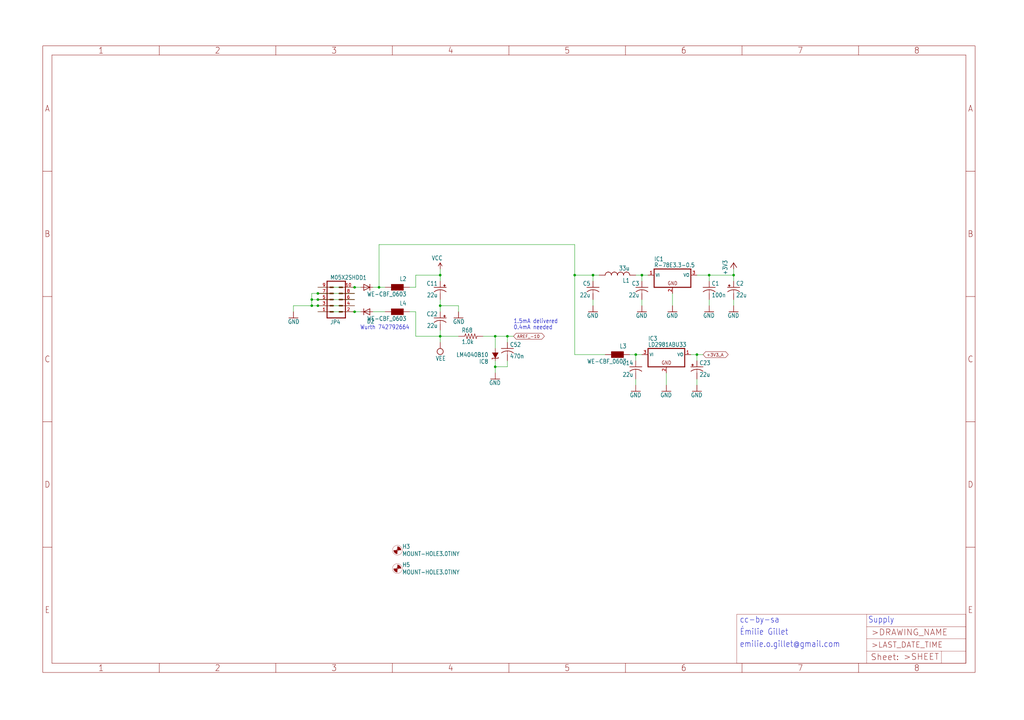
<source format=kicad_sch>
(kicad_sch (version 20230121) (generator eeschema)
  (paper "User" 425.45 299.161)
  (lib_symbols
    (symbol "marbles-eagle-import:+3V3" (power)
      (property "Value" "+3V3" (at -2.54 -5.08 90))
      (symbol "+3V3_1_0"
        (polyline (pts (xy 0 0) (xy -1.27 -1.905)) (stroke (width 0.254)))
        (polyline (pts (xy 1.27 -1.905) (xy 0 0)) (stroke (width 0.254)))
        (pin power_in line (at 0 -2.54 90) (length 2.54) (name "+3V3") (number "1"))
      )
    )
    (symbol "marbles-eagle-import:A3L-LOC"
      (symbol "A3L-LOC_1_0"
        (polyline (pts (xy 0 52.07) (xy 3.81 52.07)))
        (polyline (pts (xy 0 104.14) (xy 3.81 104.14)))
        (polyline (pts (xy 0 156.21) (xy 3.81 156.21)))
        (polyline (pts (xy 0 208.28) (xy 3.81 208.28)))
        (polyline (pts (xy 3.81 3.81) (xy 3.81 256.54)))
        (polyline (pts (xy 48.4188 0) (xy 48.4188 3.81)))
        (polyline (pts (xy 48.4188 256.54) (xy 48.4188 260.35)))
        (polyline (pts (xy 96.8375 0) (xy 96.8375 3.81)))
        (polyline (pts (xy 96.8375 256.54) (xy 96.8375 260.35)))
        (polyline (pts (xy 145.2563 0) (xy 145.2563 3.81)))
        (polyline (pts (xy 145.2563 256.54) (xy 145.2563 260.35)))
        (polyline (pts (xy 193.675 0) (xy 193.675 3.81)))
        (polyline (pts (xy 193.675 256.54) (xy 193.675 260.35)))
        (polyline (pts (xy 242.0938 0) (xy 242.0938 3.81)))
        (polyline (pts (xy 242.0938 256.54) (xy 242.0938 260.35)))
        (polyline (pts (xy 288.29 3.81) (xy 288.29 24.13)) (stroke (width 0.1016)))
        (polyline (pts (xy 288.29 3.81) (xy 342.265 3.81)) (stroke (width 0.1016)))
        (polyline (pts (xy 288.29 24.13) (xy 342.265 24.13)) (stroke (width 0.1016)))
        (polyline (pts (xy 290.5125 0) (xy 290.5125 3.81)))
        (polyline (pts (xy 290.5125 256.54) (xy 290.5125 260.35)))
        (polyline (pts (xy 338.9313 0) (xy 338.9313 3.81)))
        (polyline (pts (xy 338.9313 256.54) (xy 338.9313 260.35)))
        (polyline (pts (xy 342.265 3.81) (xy 373.38 3.81)) (stroke (width 0.1016)))
        (polyline (pts (xy 342.265 8.89) (xy 342.265 3.81)) (stroke (width 0.1016)))
        (polyline (pts (xy 342.265 8.89) (xy 342.265 13.97)) (stroke (width 0.1016)))
        (polyline (pts (xy 342.265 13.97) (xy 342.265 19.05)) (stroke (width 0.1016)))
        (polyline (pts (xy 342.265 13.97) (xy 383.54 13.97)) (stroke (width 0.1016)))
        (polyline (pts (xy 342.265 19.05) (xy 342.265 24.13)) (stroke (width 0.1016)))
        (polyline (pts (xy 342.265 19.05) (xy 383.54 19.05)) (stroke (width 0.1016)))
        (polyline (pts (xy 342.265 24.13) (xy 383.54 24.13)) (stroke (width 0.1016)))
        (polyline (pts (xy 373.38 3.81) (xy 373.38 8.89)) (stroke (width 0.1016)))
        (polyline (pts (xy 373.38 3.81) (xy 383.54 3.81)) (stroke (width 0.1016)))
        (polyline (pts (xy 373.38 8.89) (xy 342.265 8.89)) (stroke (width 0.1016)))
        (polyline (pts (xy 373.38 8.89) (xy 383.54 8.89)) (stroke (width 0.1016)))
        (polyline (pts (xy 383.54 3.81) (xy 3.81 3.81)))
        (polyline (pts (xy 383.54 3.81) (xy 383.54 8.89)) (stroke (width 0.1016)))
        (polyline (pts (xy 383.54 3.81) (xy 383.54 256.54)))
        (polyline (pts (xy 383.54 8.89) (xy 383.54 13.97)) (stroke (width 0.1016)))
        (polyline (pts (xy 383.54 13.97) (xy 383.54 19.05)) (stroke (width 0.1016)))
        (polyline (pts (xy 383.54 19.05) (xy 383.54 24.13)) (stroke (width 0.1016)))
        (polyline (pts (xy 383.54 52.07) (xy 387.35 52.07)))
        (polyline (pts (xy 383.54 104.14) (xy 387.35 104.14)))
        (polyline (pts (xy 383.54 156.21) (xy 387.35 156.21)))
        (polyline (pts (xy 383.54 208.28) (xy 387.35 208.28)))
        (polyline (pts (xy 383.54 256.54) (xy 3.81 256.54)))
        (polyline (pts (xy 0 0) (xy 387.35 0) (xy 387.35 260.35) (xy 0 260.35) (xy 0 0)))
        (text "1" (at 24.2094 1.905 0) (effects (font (size 2.54 2.286))))
        (text "1" (at 24.2094 258.445 0) (effects (font (size 2.54 2.286))))
        (text "2" (at 72.6281 1.905 0) (effects (font (size 2.54 2.286))))
        (text "2" (at 72.6281 258.445 0) (effects (font (size 2.54 2.286))))
        (text "3" (at 121.0469 1.905 0) (effects (font (size 2.54 2.286))))
        (text "3" (at 121.0469 258.445 0) (effects (font (size 2.54 2.286))))
        (text "4" (at 169.4656 1.905 0) (effects (font (size 2.54 2.286))))
        (text "4" (at 169.4656 258.445 0) (effects (font (size 2.54 2.286))))
        (text "5" (at 217.8844 1.905 0) (effects (font (size 2.54 2.286))))
        (text "5" (at 217.8844 258.445 0) (effects (font (size 2.54 2.286))))
        (text "6" (at 266.3031 1.905 0) (effects (font (size 2.54 2.286))))
        (text "6" (at 266.3031 258.445 0) (effects (font (size 2.54 2.286))))
        (text "7" (at 314.7219 1.905 0) (effects (font (size 2.54 2.286))))
        (text "7" (at 314.7219 258.445 0) (effects (font (size 2.54 2.286))))
        (text "8" (at 363.1406 1.905 0) (effects (font (size 2.54 2.286))))
        (text "8" (at 363.1406 258.445 0) (effects (font (size 2.54 2.286))))
        (text ">DRAWING_NAME" (at 344.17 15.24 0) (effects (font (size 2.54 2.54)) (justify left bottom)))
        (text ">LAST_DATE_TIME" (at 344.17 10.16 0) (effects (font (size 2.286 2.286)) (justify left bottom)))
        (text ">SHEET" (at 357.505 5.08 0) (effects (font (size 2.54 2.54)) (justify left bottom)))
        (text "A" (at 1.905 234.315 0) (effects (font (size 2.54 2.286))))
        (text "A" (at 385.445 234.315 0) (effects (font (size 2.54 2.286))))
        (text "B" (at 1.905 182.245 0) (effects (font (size 2.54 2.286))))
        (text "B" (at 385.445 182.245 0) (effects (font (size 2.54 2.286))))
        (text "C" (at 1.905 130.175 0) (effects (font (size 2.54 2.286))))
        (text "C" (at 385.445 130.175 0) (effects (font (size 2.54 2.286))))
        (text "D" (at 1.905 78.105 0) (effects (font (size 2.54 2.286))))
        (text "D" (at 385.445 78.105 0) (effects (font (size 2.54 2.286))))
        (text "E" (at 1.905 26.035 0) (effects (font (size 2.54 2.286))))
        (text "E" (at 385.445 26.035 0) (effects (font (size 2.54 2.286))))
        (text "Sheet:" (at 343.916 4.953 0) (effects (font (size 2.54 2.54)) (justify left bottom)))
      )
    )
    (symbol "marbles-eagle-import:C-USC0402"
      (property "Reference" "C" (at 1.016 0.635 0))
      (property "Value" "C-USC0402" (at 1.016 -4.191 0))
      (symbol "C-USC0402_1_0"
        (arc (start 0 -1.0161) (mid -1.302 -1.2303) (end -2.4668 -1.8504) (stroke (width 0.254)))
        (polyline (pts (xy -2.54 0) (xy 2.54 0)) (stroke (width 0.254)))
        (polyline (pts (xy 0 -1.016) (xy 0 -2.54)) (stroke (width 0.1524)))
        (arc (start 2.4892 -1.8542) (mid 1.3158 -1.2195) (end 0 -1) (stroke (width 0.254)))
        (pin passive line (at 0 2.54 270) (length 2.54) (name "1") (number "1"))
        (pin passive line (at 0 -5.08 90) (length 2.54) (name "2") (number "2"))
      )
    )
    (symbol "marbles-eagle-import:C-USC1206"
      (property "Reference" "C" (at 1.016 0.635 0))
      (property "Value" "C-USC1206" (at 1.016 -4.191 0))
      (symbol "C-USC1206_1_0"
        (arc (start 0 -1.0161) (mid -1.302 -1.2303) (end -2.4668 -1.8504) (stroke (width 0.254)))
        (polyline (pts (xy -2.54 0) (xy 2.54 0)) (stroke (width 0.254)))
        (polyline (pts (xy 0 -1.016) (xy 0 -2.54)) (stroke (width 0.1524)))
        (arc (start 2.4892 -1.8542) (mid 1.3158 -1.2195) (end 0 -1) (stroke (width 0.254)))
        (pin passive line (at 0 2.54 270) (length 2.54) (name "1") (number "1"))
        (pin passive line (at 0 -5.08 90) (length 2.54) (name "2") (number "2"))
      )
    )
    (symbol "marbles-eagle-import:CPOL-USC"
      (property "Reference" "C" (at 1.016 0.635 0))
      (property "Value" "CPOL-USC" (at 1.016 -4.191 0))
      (symbol "CPOL-USC_1_0"
        (rectangle (start -2.253 0.668) (end -1.364 0.795) (fill (type outline)))
        (rectangle (start -1.872 0.287) (end -1.745 1.176) (fill (type outline)))
        (arc (start 0 -1.0161) (mid -1.3021 -1.2302) (end -2.4669 -1.8504) (stroke (width 0.254)))
        (polyline (pts (xy -2.54 0) (xy 2.54 0)) (stroke (width 0.254)))
        (polyline (pts (xy 0 -1.016) (xy 0 -2.54)) (stroke (width 0.1524)))
        (arc (start 2.4892 -1.8542) (mid 1.3158 -1.2195) (end 0 -1) (stroke (width 0.254)))
        (pin passive line (at 0 2.54 270) (length 2.54) (name "+") (number "+"))
        (pin passive line (at 0 -5.08 90) (length 2.54) (name "-") (number "-"))
      )
    )
    (symbol "marbles-eagle-import:DIODE-SOD123"
      (property "Reference" "D" (at 2.54 0.4826 0))
      (property "Value" "DIODE-SOD123" (at 2.54 -2.3114 0))
      (symbol "DIODE-SOD123_1_0"
        (polyline (pts (xy -1.27 -1.27) (xy 1.27 0)) (stroke (width 0.254)))
        (polyline (pts (xy -1.27 1.27) (xy -1.27 -1.27)) (stroke (width 0.254)))
        (polyline (pts (xy 1.27 0) (xy -1.27 1.27)) (stroke (width 0.254)))
        (polyline (pts (xy 1.27 0) (xy 1.27 -1.27)) (stroke (width 0.254)))
        (polyline (pts (xy 1.27 1.27) (xy 1.27 0)) (stroke (width 0.254)))
        (pin passive line (at -2.54 0 0) (length 2.54) (name "A") (number "A"))
        (pin passive line (at 2.54 0 180) (length 2.54) (name "C") (number "C"))
      )
    )
    (symbol "marbles-eagle-import:GND" (power)
      (property "Value" "GND" (at -2.54 -2.54 0))
      (symbol "GND_1_0"
        (polyline (pts (xy -1.905 0) (xy 1.905 0)) (stroke (width 0.254)))
        (pin power_in line (at 0 2.54 270) (length 2.54) (name "GND") (number "1"))
      )
    )
    (symbol "marbles-eagle-import:L-USL2012C"
      (property "Value" "L-USL2012C" (at 3.81 -5.08 90))
      (symbol "L-USL2012C_1_0"
        (arc (start 0 -5.08) (mid 0.898 -4.708) (end 1.27 -3.81) (stroke (width 0.254)))
        (arc (start 0 -2.54) (mid 0.898 -2.168) (end 1.27 -1.27) (stroke (width 0.254)))
        (arc (start 0 0) (mid 0.898 0.372) (end 1.27 1.27) (stroke (width 0.254)))
        (arc (start 0 2.54) (mid 0.898 2.912) (end 1.27 3.81) (stroke (width 0.254)))
        (arc (start 1.27 -3.81) (mid 0.898 -2.912) (end 0 -2.54) (stroke (width 0.254)))
        (arc (start 1.27 -1.27) (mid 0.898 -0.372) (end 0 0) (stroke (width 0.254)))
        (arc (start 1.27 1.27) (mid 0.898 2.168) (end 0 2.54) (stroke (width 0.254)))
        (arc (start 1.27 3.81) (mid 0.898 4.708) (end 0 5.08) (stroke (width 0.254)))
        (pin passive line (at 0 7.62 270) (length 2.54) (name "1") (number "1"))
        (pin passive line (at 0 -7.62 90) (length 2.54) (name "2") (number "2"))
      )
    )
    (symbol "marbles-eagle-import:LD2981ABU"
      (property "Reference" "IC" (at -7.62 5.715 0))
      (property "Value" "LD2981ABU" (at -7.62 3.175 0))
      (symbol "LD2981ABU_1_0"
        (polyline (pts (xy -7.62 -5.08) (xy 7.62 -5.08)) (stroke (width 0.4064)))
        (polyline (pts (xy -7.62 2.54) (xy -7.62 -5.08)) (stroke (width 0.4064)))
        (polyline (pts (xy 7.62 -5.08) (xy 7.62 2.54)) (stroke (width 0.4064)))
        (polyline (pts (xy 7.62 2.54) (xy -7.62 2.54)) (stroke (width 0.4064)))
        (text "GND" (at -2.032 -4.318 0) (effects (font (size 1.524 1.2954)) (justify left bottom)))
        (pin passive line (at 10.16 0 180) (length 2.54) (name "VO") (number "1"))
        (pin passive line (at 0 -7.62 90) (length 2.54) (name "GND") (number "2"))
        (pin input line (at -10.16 0 0) (length 2.54) (name "VI") (number "3"))
      )
    )
    (symbol "marbles-eagle-import:LM4041DBZ"
      (property "Reference" "IC" (at 2.794 1.905 0))
      (property "Value" "LM4041DBZ" (at 2.794 -0.889 0))
      (symbol "LM4041DBZ_1_0"
        (polyline (pts (xy -1.27 1.524) (xy -1.27 1.143)) (stroke (width 0.254)))
        (polyline (pts (xy 0 1.524) (xy -1.27 1.524)) (stroke (width 0.254)))
        (polyline (pts (xy 1.27 1.524) (xy 0 1.524)) (stroke (width 0.254)))
        (polyline (pts (xy 1.27 1.905) (xy 1.27 1.524)) (stroke (width 0.254)))
        (polyline (pts (xy 0 1.524) (xy -1.27 -0.762) (xy 1.27 -0.762)) (fill (type outline)))
        (pin passive line (at 0 2.54 270) (length 2.54) (name "C") (number "1"))
        (pin passive line (at 0 -2.54 90) (length 2.54) (name "A") (number "2"))
      )
    )
    (symbol "marbles-eagle-import:M05X2SHD"
      (property "Reference" "JP" (at -2.54 8.382 0))
      (property "Value" "M05X2SHD" (at -2.54 -10.16 0))
      (symbol "M05X2SHD_1_0"
        (polyline (pts (xy -3.81 7.62) (xy -3.81 -7.62)) (stroke (width 0.4064)))
        (polyline (pts (xy -3.81 7.62) (xy 3.81 7.62)) (stroke (width 0.4064)))
        (polyline (pts (xy -1.27 -5.08) (xy -2.54 -5.08)) (stroke (width 0.6096)))
        (polyline (pts (xy -1.27 -2.54) (xy -2.54 -2.54)) (stroke (width 0.6096)))
        (polyline (pts (xy -1.27 0) (xy -2.54 0)) (stroke (width 0.6096)))
        (polyline (pts (xy -1.27 2.54) (xy -2.54 2.54)) (stroke (width 0.6096)))
        (polyline (pts (xy -1.27 5.08) (xy -2.54 5.08)) (stroke (width 0.6096)))
        (polyline (pts (xy 1.27 -5.08) (xy 2.54 -5.08)) (stroke (width 0.6096)))
        (polyline (pts (xy 1.27 -2.54) (xy 2.54 -2.54)) (stroke (width 0.6096)))
        (polyline (pts (xy 1.27 0) (xy 2.54 0)) (stroke (width 0.6096)))
        (polyline (pts (xy 1.27 2.54) (xy 2.54 2.54)) (stroke (width 0.6096)))
        (polyline (pts (xy 1.27 5.08) (xy 2.54 5.08)) (stroke (width 0.6096)))
        (polyline (pts (xy 3.81 -7.62) (xy -3.81 -7.62)) (stroke (width 0.4064)))
        (polyline (pts (xy 3.81 -7.62) (xy 3.81 7.62)) (stroke (width 0.4064)))
        (pin passive line (at -7.62 5.08 0) (length 5.08) (name "1") (number "1"))
        (pin passive line (at 7.62 -5.08 180) (length 5.08) (name "10") (number "10"))
        (pin passive line (at 7.62 5.08 180) (length 5.08) (name "2") (number "2"))
        (pin passive line (at -7.62 2.54 0) (length 5.08) (name "3") (number "3"))
        (pin passive line (at 7.62 2.54 180) (length 5.08) (name "4") (number "4"))
        (pin passive line (at -7.62 0 0) (length 5.08) (name "5") (number "5"))
        (pin passive line (at 7.62 0 180) (length 5.08) (name "6") (number "6"))
        (pin passive line (at -7.62 -2.54 0) (length 5.08) (name "7") (number "7"))
        (pin passive line (at 7.62 -2.54 180) (length 5.08) (name "8") (number "8"))
        (pin passive line (at -7.62 -5.08 0) (length 5.08) (name "9") (number "9"))
      )
    )
    (symbol "marbles-eagle-import:MOUNT-HOLE3.0TINY"
      (property "Reference" "H" (at 2.032 0.5842 0))
      (property "Value" "MOUNT-HOLE3.0TINY" (at 2.032 -2.4638 0))
      (symbol "MOUNT-HOLE3.0TINY_1_0"
        (arc (start -1.524 0) (mid -1.0776 -1.0776) (end 0 -1.524) (stroke (width 0.0001)) (fill (type outline)))
        (polyline (pts (xy -0.508 0) (xy 0.508 0)) (stroke (width 0.0508)))
        (polyline (pts (xy 0 0.508) (xy 0 -0.508)) (stroke (width 0.0508)))
        (circle (center 0 0) (radius 0.508) (stroke (width 0.0508)))
        (circle (center 0 0) (radius 2.032) (stroke (width 0.0508)))
        (arc (start 1.524 0) (mid 1.0776 1.0776) (end 0 1.524) (stroke (width 0.0001)) (fill (type outline)))
      )
    )
    (symbol "marbles-eagle-import:R-US_R0402"
      (property "Reference" "R" (at -3.81 1.4986 0))
      (property "Value" "R-US_R0402" (at -3.81 -3.302 0))
      (symbol "R-US_R0402_1_0"
        (polyline (pts (xy -2.54 0) (xy -2.159 1.016)) (stroke (width 0.2032)))
        (polyline (pts (xy -2.159 1.016) (xy -1.524 -1.016)) (stroke (width 0.2032)))
        (polyline (pts (xy -1.524 -1.016) (xy -0.889 1.016)) (stroke (width 0.2032)))
        (polyline (pts (xy -0.889 1.016) (xy -0.254 -1.016)) (stroke (width 0.2032)))
        (polyline (pts (xy -0.254 -1.016) (xy 0.381 1.016)) (stroke (width 0.2032)))
        (polyline (pts (xy 0.381 1.016) (xy 1.016 -1.016)) (stroke (width 0.2032)))
        (polyline (pts (xy 1.016 -1.016) (xy 1.651 1.016)) (stroke (width 0.2032)))
        (polyline (pts (xy 1.651 1.016) (xy 2.286 -1.016)) (stroke (width 0.2032)))
        (polyline (pts (xy 2.286 -1.016) (xy 2.54 0)) (stroke (width 0.2032)))
        (pin passive line (at -5.08 0 0) (length 2.54) (name "1") (number "1"))
        (pin passive line (at 5.08 0 180) (length 2.54) (name "2") (number "2"))
      )
    )
    (symbol "marbles-eagle-import:VCC" (power)
      (property "Value" "VCC" (at -1.016 3.556 0))
      (symbol "VCC_1_0"
        (polyline (pts (xy 0 2.54) (xy -0.762 1.27)) (stroke (width 0.254)))
        (polyline (pts (xy 0.762 1.27) (xy 0 2.54)) (stroke (width 0.254)))
        (pin power_in line (at 0 0 90) (length 2.54) (name "VCC") (number "1"))
      )
    )
    (symbol "marbles-eagle-import:VEE" (power)
      (property "Value" "VEE" (at -1.905 3.175 0))
      (symbol "VEE_1_0"
        (circle (center 0 1.27) (radius 1.27) (stroke (width 0.254)))
        (pin power_in line (at 0 -2.54 90) (length 2.54) (name "VEE") (number "1"))
      )
    )
    (symbol "marbles-eagle-import:WE-CBF_0603"
      (property "Reference" "L" (at -3.81 5.08 0))
      (property "Value" "WE-CBF_0603" (at -3.81 -1.27 0))
      (symbol "WE-CBF_0603_1_0"
        (rectangle (start -2.54 1.27) (end 2.54 3.81) (fill (type outline)))
        (pin passive line (at -5.08 2.54 0) (length 2.54) (name "1") (number "1"))
        (pin passive line (at 5.08 2.54 180) (length 2.54) (name "2") (number "2"))
      )
    )
    (symbol "marbles-eagle-import:WE173950378"
      (property "Reference" "IC" (at -7.62 5.715 0))
      (property "Value" "WE173950378" (at -7.62 3.175 0))
      (symbol "WE173950378_1_0"
        (polyline (pts (xy -7.62 -5.08) (xy 7.62 -5.08)) (stroke (width 0.4064)))
        (polyline (pts (xy -7.62 2.54) (xy -7.62 -5.08)) (stroke (width 0.4064)))
        (polyline (pts (xy 7.62 -5.08) (xy 7.62 2.54)) (stroke (width 0.4064)))
        (polyline (pts (xy 7.62 2.54) (xy -7.62 2.54)) (stroke (width 0.4064)))
        (text "GND" (at -2.032 -4.318 0) (effects (font (size 1.524 1.2954)) (justify left bottom)))
        (pin input line (at -10.16 0 0) (length 2.54) (name "VI") (number "1"))
        (pin passive line (at 0 -7.62 90) (length 2.54) (name "GND") (number "2"))
        (pin passive line (at 10.16 0 180) (length 2.54) (name "VO") (number "3"))
      )
    )
  )
  (junction (at 205.74 139.7))
  (junction (at 147.32 129.54))
  (junction (at 205.74 152.4))
  (junction (at 266.7 114.3))
  (junction (at 182.88 114.3))
  (junction (at 132.08 124.46))
  (junction (at 129.54 127))
  (junction (at 182.88 139.7))
  (junction (at 182.88 127))
  (junction (at 132.08 127))
  (junction (at 157.48 119.38))
  (junction (at 210.82 139.7))
  (junction (at 264.16 147.32))
  (junction (at 294.64 114.3))
  (junction (at 246.38 114.3))
  (junction (at 147.32 119.38))
  (junction (at 289.56 147.32))
  (junction (at 238.76 114.3))
  (junction (at 304.8 114.3))
  (junction (at 132.08 121.92))
  (junction (at 129.54 124.46))
  (wire (pts (xy 205.74 149.86) (xy 205.74 152.4)))
  (wire (pts (xy 276.86 154.94) (xy 276.86 160.02)))
  (wire (pts (xy 304.8 111.76) (xy 304.8 114.3)))
  (wire (pts (xy 182.88 137.16) (xy 182.88 139.7)))
  (wire (pts (xy 121.92 127) (xy 121.92 129.54)))
  (wire (pts (xy 149.86 129.54) (xy 147.32 129.54)))
  (wire (pts (xy 264.16 149.86) (xy 264.16 147.32)))
  (wire (pts (xy 264.16 114.3) (xy 266.7 114.3)))
  (wire (pts (xy 147.32 121.92) (xy 132.08 121.92)))
  (wire (pts (xy 264.16 147.32) (xy 266.7 147.32)))
  (wire (pts (xy 132.08 124.46) (xy 147.32 124.46)))
  (wire (pts (xy 190.5 127) (xy 190.5 129.54)))
  (wire (pts (xy 210.82 139.7) (xy 213.36 139.7)))
  (wire (pts (xy 154.94 119.38) (xy 157.48 119.38)))
  (wire (pts (xy 129.54 121.92) (xy 129.54 124.46)))
  (wire (pts (xy 246.38 124.46) (xy 246.38 127)))
  (wire (pts (xy 170.18 119.38) (xy 172.72 119.38)))
  (wire (pts (xy 147.32 129.54) (xy 132.08 129.54)))
  (wire (pts (xy 157.48 101.6) (xy 238.76 101.6)))
  (wire (pts (xy 147.32 119.38) (xy 132.08 119.38)))
  (wire (pts (xy 294.64 124.46) (xy 294.64 127)))
  (wire (pts (xy 210.82 139.7) (xy 205.74 139.7)))
  (wire (pts (xy 182.88 142.24) (xy 182.88 139.7)))
  (wire (pts (xy 129.54 124.46) (xy 129.54 127)))
  (wire (pts (xy 132.08 127) (xy 129.54 127)))
  (wire (pts (xy 182.88 116.84) (xy 182.88 114.3)))
  (wire (pts (xy 287.02 147.32) (xy 289.56 147.32)))
  (wire (pts (xy 182.88 139.7) (xy 172.72 139.7)))
  (wire (pts (xy 157.48 119.38) (xy 160.02 119.38)))
  (wire (pts (xy 170.18 129.54) (xy 172.72 129.54)))
  (wire (pts (xy 129.54 127) (xy 121.92 127)))
  (wire (pts (xy 172.72 139.7) (xy 172.72 129.54)))
  (wire (pts (xy 149.86 119.38) (xy 147.32 119.38)))
  (wire (pts (xy 172.72 114.3) (xy 182.88 114.3)))
  (wire (pts (xy 246.38 114.3) (xy 246.38 116.84)))
  (wire (pts (xy 266.7 124.46) (xy 266.7 127)))
  (wire (pts (xy 304.8 114.3) (xy 304.8 116.84)))
  (wire (pts (xy 190.5 139.7) (xy 182.88 139.7)))
  (wire (pts (xy 304.8 124.46) (xy 304.8 127)))
  (wire (pts (xy 205.74 152.4) (xy 205.74 154.94)))
  (wire (pts (xy 279.4 127) (xy 279.4 121.92)))
  (wire (pts (xy 182.88 127) (xy 182.88 129.54)))
  (wire (pts (xy 294.64 114.3) (xy 304.8 114.3)))
  (wire (pts (xy 289.56 149.86) (xy 289.56 147.32)))
  (wire (pts (xy 157.48 119.38) (xy 157.48 101.6)))
  (wire (pts (xy 238.76 147.32) (xy 251.46 147.32)))
  (wire (pts (xy 238.76 114.3) (xy 246.38 114.3)))
  (wire (pts (xy 205.74 152.4) (xy 210.82 152.4)))
  (wire (pts (xy 294.64 116.84) (xy 294.64 114.3)))
  (wire (pts (xy 289.56 114.3) (xy 294.64 114.3)))
  (wire (pts (xy 289.56 147.32) (xy 292.1 147.32)))
  (wire (pts (xy 205.74 139.7) (xy 200.66 139.7)))
  (wire (pts (xy 238.76 101.6) (xy 238.76 114.3)))
  (wire (pts (xy 210.82 149.86) (xy 210.82 152.4)))
  (wire (pts (xy 182.88 127) (xy 190.5 127)))
  (wire (pts (xy 132.08 121.92) (xy 129.54 121.92)))
  (wire (pts (xy 264.16 157.48) (xy 264.16 160.02)))
  (wire (pts (xy 205.74 144.78) (xy 205.74 139.7)))
  (wire (pts (xy 182.88 114.3) (xy 182.88 111.76)))
  (wire (pts (xy 147.32 127) (xy 132.08 127)))
  (wire (pts (xy 261.62 147.32) (xy 264.16 147.32)))
  (wire (pts (xy 266.7 114.3) (xy 266.7 116.84)))
  (wire (pts (xy 129.54 124.46) (xy 132.08 124.46)))
  (wire (pts (xy 154.94 129.54) (xy 160.02 129.54)))
  (wire (pts (xy 172.72 119.38) (xy 172.72 114.3)))
  (wire (pts (xy 266.7 114.3) (xy 269.24 114.3)))
  (wire (pts (xy 210.82 139.7) (xy 210.82 142.24)))
  (wire (pts (xy 238.76 147.32) (xy 238.76 114.3)))
  (wire (pts (xy 248.92 114.3) (xy 246.38 114.3)))
  (wire (pts (xy 182.88 124.46) (xy 182.88 127)))
  (wire (pts (xy 289.56 157.48) (xy 289.56 160.02)))
  (text "Émilie Gillet" (at 307.34 264.16 0) (effects (font (size 2.54 2.159)) (justify left bottom)))
  (text "emilie.o.gillet@gmail.com" (at 307.34 269.24 0) (effects (font (size 2.54 2.159)) (justify left bottom)))
  (text "Supply" (at 360.68 259.08 0) (effects (font (size 2.54 2.159)) (justify left bottom)))
  (text "Wurth 742792664" (at 170.18 137.16 0) (effects (font (size 1.778 1.5113)) (justify right bottom)))
  (text "0.4mA needed" (at 213.36 137.16 0) (effects (font (size 1.778 1.5113)) (justify left bottom)))
  (text "1.5mA delivered" (at 213.36 134.62 0) (effects (font (size 1.778 1.5113)) (justify left bottom)))
  (text "cc-by-sa" (at 307.34 259.08 0) (effects (font (size 2.54 2.159)) (justify left bottom)))
  (global_label "+3V3_A" (shape bidirectional) (at 292.1 147.32 0) (effects (font (size 1.2446 1.2446))) (property "Intersheetrefs" "${INTERSHEET_REFS}" (effects hide)))
  (global_label "AREF_-10" (shape bidirectional) (at 213.36 139.7 0) (effects (font (size 1.2446 1.2446))) (property "Intersheetrefs" "${INTERSHEET_REFS}" (effects hide)))
  (symbol (lib_id "marbles-eagle-import:+3V3") (at 304.8 109.22 0) (unit 1)
    (property "Reference" "#+3V01" (effects hide))
    (property "Value" "+3V3" (at 302.26 114.3 90) (effects (font (size 1.778 1.5113)) (justify left bottom)))
    (property "Footprint" "marbles:" (effects hide))
  )
  (symbol (lib_id "marbles-eagle-import:CPOL-USC") (at 289.56 152.4 0) (unit 1)
    (property "Reference" "C23" (at 290.576 151.765 0) (effects (font (size 1.778 1.5113)) (justify left bottom)))
    (property "Value" "22u" (at 290.576 156.591 0) (effects (font (size 1.778 1.5113)) (justify left bottom)))
    (property "Footprint" "marbles:PANASONIC_C" (effects hide))
  )
  (symbol (lib_id "marbles-eagle-import:MOUNT-HOLE3.0TINY") (at 165.1 236.22 0) (unit 1)
    (property "Reference" "H5" (at 167.132 235.6358 0) (effects (font (size 1.778 1.5113)) (justify left bottom)))
    (property "Value" "MOUNT-HOLE3.0TINY" (at 167.132 238.6838 0) (effects (font (size 1.778 1.5113)) (justify left bottom)))
    (property "Footprint" "marbles:3,0TINY" (effects hide))
  )
  (symbol (lib_id "marbles-eagle-import:A3L-LOC") (at 17.78 279.4 0) (unit 1)
    (property "Reference" "#FRAME2" (effects hide))
    (property "Value" "A3L-LOC" (effects hide))
    (property "Footprint" "marbles:" (effects hide))
  )
  (symbol (lib_id "marbles-eagle-import:CPOL-USC") (at 182.88 119.38 0) (mirror y) (unit 1)
    (property "Reference" "C11" (at 181.864 118.745 0) (effects (font (size 1.778 1.5113)) (justify left bottom)))
    (property "Value" "22u" (at 181.864 123.571 0) (effects (font (size 1.778 1.5113)) (justify left bottom)))
    (property "Footprint" "marbles:PANASONIC_C" (effects hide))
  )
  (symbol (lib_id "marbles-eagle-import:DIODE-SOD123") (at 152.4 119.38 0) (mirror x) (unit 1)
    (property "Reference" "D1" (at 152.4 116.3574 0) (effects (font (size 1.778 1.5113)) (justify right top)))
    (property "Value" "1N5819HW" (effects hide))
    (property "Footprint" "marbles:SOD123" (effects hide))
  )
  (symbol (lib_id "marbles-eagle-import:LM4041DBZ") (at 205.74 147.32 180) (unit 1)
    (property "Reference" "IC8" (at 202.946 149.225 0) (effects (font (size 1.778 1.5113)) (justify left bottom)))
    (property "Value" "LM4040B10" (at 202.946 146.431 0) (effects (font (size 1.778 1.5113)) (justify left bottom)))
    (property "Footprint" "marbles:DBZ_R-PDSO-G3" (effects hide))
  )
  (symbol (lib_id "marbles-eagle-import:WE173950378") (at 279.4 114.3 0) (unit 1)
    (property "Reference" "IC1" (at 271.78 108.585 0) (effects (font (size 1.778 1.5113)) (justify left bottom)))
    (property "Value" "R-78E3.3-0.5" (at 271.78 111.125 0) (effects (font (size 1.778 1.5113)) (justify left bottom)))
    (property "Footprint" "marbles:WE78" (effects hide))
  )
  (symbol (lib_id "marbles-eagle-import:WE-CBF_0603") (at 165.1 121.92 0) (mirror y) (unit 1)
    (property "Reference" "L2" (at 168.91 116.84 0) (effects (font (size 1.778 1.5113)) (justify left bottom)))
    (property "Value" "WE-CBF_0603" (at 168.91 123.19 0) (effects (font (size 1.778 1.5113)) (justify left bottom)))
    (property "Footprint" "marbles:0603" (effects hide))
  )
  (symbol (lib_id "marbles-eagle-import:CPOL-USC") (at 304.8 119.38 0) (unit 1)
    (property "Reference" "C2" (at 305.816 118.745 0) (effects (font (size 1.778 1.5113)) (justify left bottom)))
    (property "Value" "22u" (at 305.816 123.571 0) (effects (font (size 1.778 1.5113)) (justify left bottom)))
    (property "Footprint" "marbles:PANASONIC_C" (effects hide))
  )
  (symbol (lib_id "marbles-eagle-import:VEE") (at 182.88 144.78 0) (mirror x) (unit 1)
    (property "Reference" "#SUPPLY03" (effects hide))
    (property "Value" "VEE" (at 180.975 147.955 0) (effects (font (size 1.778 1.5113)) (justify left bottom)))
    (property "Footprint" "marbles:" (effects hide))
  )
  (symbol (lib_id "marbles-eagle-import:GND") (at 289.56 162.56 0) (unit 1)
    (property "Reference" "#GND070" (effects hide))
    (property "Value" "GND" (at 287.02 165.1 0) (effects (font (size 1.778 1.5113)) (justify left bottom)))
    (property "Footprint" "marbles:" (effects hide))
  )
  (symbol (lib_id "marbles-eagle-import:WE-CBF_0603") (at 256.54 149.86 0) (mirror y) (unit 1)
    (property "Reference" "L3" (at 260.35 144.78 0) (effects (font (size 1.778 1.5113)) (justify left bottom)))
    (property "Value" "WE-CBF_0603" (at 260.35 151.13 0) (effects (font (size 1.778 1.5113)) (justify left bottom)))
    (property "Footprint" "marbles:0603" (effects hide))
  )
  (symbol (lib_id "marbles-eagle-import:C-USC0402") (at 294.64 119.38 0) (unit 1)
    (property "Reference" "C1" (at 295.656 118.745 0) (effects (font (size 1.778 1.5113)) (justify left bottom)))
    (property "Value" "100n" (at 295.656 123.571 0) (effects (font (size 1.778 1.5113)) (justify left bottom)))
    (property "Footprint" "marbles:C0402" (effects hide))
  )
  (symbol (lib_id "marbles-eagle-import:C-USC1206") (at 264.16 152.4 0) (mirror y) (unit 1)
    (property "Reference" "C14" (at 263.144 151.765 0) (effects (font (size 1.778 1.5113)) (justify left bottom)))
    (property "Value" "22u" (at 263.144 156.591 0) (effects (font (size 1.778 1.5113)) (justify left bottom)))
    (property "Footprint" "marbles:C1206" (effects hide))
  )
  (symbol (lib_id "marbles-eagle-import:GND") (at 264.16 162.56 0) (unit 1)
    (property "Reference" "#GND098" (effects hide))
    (property "Value" "GND" (at 261.62 165.1 0) (effects (font (size 1.778 1.5113)) (justify left bottom)))
    (property "Footprint" "marbles:" (effects hide))
  )
  (symbol (lib_id "marbles-eagle-import:GND") (at 276.86 162.56 0) (unit 1)
    (property "Reference" "#GND068" (effects hide))
    (property "Value" "GND" (at 274.32 165.1 0) (effects (font (size 1.778 1.5113)) (justify left bottom)))
    (property "Footprint" "marbles:" (effects hide))
  )
  (symbol (lib_id "marbles-eagle-import:GND") (at 279.4 129.54 0) (unit 1)
    (property "Reference" "#GND033" (effects hide))
    (property "Value" "GND" (at 276.86 132.08 0) (effects (font (size 1.778 1.5113)) (justify left bottom)))
    (property "Footprint" "marbles:" (effects hide))
  )
  (symbol (lib_id "marbles-eagle-import:C-USC1206") (at 246.38 119.38 0) (mirror y) (unit 1)
    (property "Reference" "C5" (at 245.364 118.745 0) (effects (font (size 1.778 1.5113)) (justify left bottom)))
    (property "Value" "22u" (at 245.364 123.571 0) (effects (font (size 1.778 1.5113)) (justify left bottom)))
    (property "Footprint" "marbles:C1206" (effects hide))
  )
  (symbol (lib_id "marbles-eagle-import:GND") (at 266.7 129.54 0) (unit 1)
    (property "Reference" "#GND090" (effects hide))
    (property "Value" "GND" (at 264.16 132.08 0) (effects (font (size 1.778 1.5113)) (justify left bottom)))
    (property "Footprint" "marbles:" (effects hide))
  )
  (symbol (lib_id "marbles-eagle-import:LD2981ABU") (at 276.86 147.32 0) (unit 1)
    (property "Reference" "IC3" (at 269.24 141.605 0) (effects (font (size 1.778 1.5113)) (justify left bottom)))
    (property "Value" "LD2981ABU33" (at 269.24 144.145 0) (effects (font (size 1.778 1.5113)) (justify left bottom)))
    (property "Footprint" "marbles:SOT89" (effects hide))
  )
  (symbol (lib_id "marbles-eagle-import:C-USC1206") (at 266.7 119.38 0) (mirror y) (unit 1)
    (property "Reference" "C3" (at 265.684 118.745 0) (effects (font (size 1.778 1.5113)) (justify left bottom)))
    (property "Value" "22u" (at 265.684 123.571 0) (effects (font (size 1.778 1.5113)) (justify left bottom)))
    (property "Footprint" "marbles:C1206" (effects hide))
  )
  (symbol (lib_id "marbles-eagle-import:GND") (at 205.74 157.48 0) (unit 1)
    (property "Reference" "#GND069" (effects hide))
    (property "Value" "GND" (at 203.2 160.02 0) (effects (font (size 1.778 1.5113)) (justify left bottom)))
    (property "Footprint" "marbles:" (effects hide))
  )
  (symbol (lib_id "marbles-eagle-import:CPOL-USC") (at 182.88 132.08 0) (mirror y) (unit 1)
    (property "Reference" "C22" (at 181.864 131.445 0) (effects (font (size 1.778 1.5113)) (justify left bottom)))
    (property "Value" "22u" (at 181.864 136.271 0) (effects (font (size 1.778 1.5113)) (justify left bottom)))
    (property "Footprint" "marbles:PANASONIC_C" (effects hide))
  )
  (symbol (lib_id "marbles-eagle-import:GND") (at 190.5 132.08 0) (mirror y) (unit 1)
    (property "Reference" "#GND024" (effects hide))
    (property "Value" "GND" (at 193.04 134.62 0) (effects (font (size 1.778 1.5113)) (justify left bottom)))
    (property "Footprint" "marbles:" (effects hide))
  )
  (symbol (lib_id "marbles-eagle-import:M05X2SHD") (at 139.7 124.46 0) (mirror x) (unit 1)
    (property "Reference" "JP4" (at 137.16 132.842 0) (effects (font (size 1.778 1.5113)) (justify left bottom)))
    (property "Value" "M05X2SHD" (at 137.16 114.3 0) (effects (font (size 1.778 1.5113)) (justify left bottom)))
    (property "Footprint" "marbles:2X5-SHROUDED" (effects hide))
  )
  (symbol (lib_id "marbles-eagle-import:GND") (at 304.8 129.54 0) (unit 1)
    (property "Reference" "#GND072" (effects hide))
    (property "Value" "GND" (at 302.26 132.08 0) (effects (font (size 1.778 1.5113)) (justify left bottom)))
    (property "Footprint" "marbles:" (effects hide))
  )
  (symbol (lib_id "marbles-eagle-import:WE-CBF_0603") (at 165.1 132.08 0) (mirror y) (unit 1)
    (property "Reference" "L4" (at 168.91 127 0) (effects (font (size 1.778 1.5113)) (justify left bottom)))
    (property "Value" "WE-CBF_0603" (at 168.91 133.35 0) (effects (font (size 1.778 1.5113)) (justify left bottom)))
    (property "Footprint" "marbles:0603" (effects hide))
  )
  (symbol (lib_id "marbles-eagle-import:C-USC0402") (at 210.82 144.78 0) (unit 1)
    (property "Reference" "C52" (at 211.836 144.145 0) (effects (font (size 1.778 1.5113)) (justify left bottom)))
    (property "Value" "470n" (at 211.836 148.971 0) (effects (font (size 1.778 1.5113)) (justify left bottom)))
    (property "Footprint" "marbles:C0402" (effects hide))
  )
  (symbol (lib_id "marbles-eagle-import:GND") (at 121.92 132.08 0) (mirror y) (unit 1)
    (property "Reference" "#GND04" (effects hide))
    (property "Value" "GND" (at 124.46 134.62 0) (effects (font (size 1.778 1.5113)) (justify left bottom)))
    (property "Footprint" "marbles:" (effects hide))
  )
  (symbol (lib_id "marbles-eagle-import:VCC") (at 182.88 111.76 0) (mirror y) (unit 1)
    (property "Reference" "#P+03" (effects hide))
    (property "Value" "VCC" (at 183.896 108.204 0) (effects (font (size 1.778 1.5113)) (justify left bottom)))
    (property "Footprint" "marbles:" (effects hide))
  )
  (symbol (lib_id "marbles-eagle-import:MOUNT-HOLE3.0TINY") (at 165.1 228.6 0) (unit 1)
    (property "Reference" "H3" (at 167.132 228.0158 0) (effects (font (size 1.778 1.5113)) (justify left bottom)))
    (property "Value" "MOUNT-HOLE3.0TINY" (at 167.132 231.0638 0) (effects (font (size 1.778 1.5113)) (justify left bottom)))
    (property "Footprint" "marbles:3,0TINY" (effects hide))
  )
  (symbol (lib_id "marbles-eagle-import:R-US_R0402") (at 195.58 139.7 0) (unit 1)
    (property "Reference" "R68" (at 191.77 138.2014 0) (effects (font (size 1.778 1.5113)) (justify left bottom)))
    (property "Value" "1.0k" (at 191.77 143.002 0) (effects (font (size 1.778 1.5113)) (justify left bottom)))
    (property "Footprint" "marbles:R0402" (effects hide))
  )
  (symbol (lib_id "marbles-eagle-import:L-USL2012C") (at 256.54 114.3 90) (unit 1)
    (property "Reference" "L1" (at 261.62 115.57 90) (effects (font (size 1.778 1.5113)) (justify left bottom)))
    (property "Value" "33u" (at 261.62 110.49 90) (effects (font (size 1.778 1.5113)) (justify left bottom)))
    (property "Footprint" "marbles:L2012C" (effects hide))
  )
  (symbol (lib_id "marbles-eagle-import:GND") (at 294.64 129.54 0) (unit 1)
    (property "Reference" "#GND036" (effects hide))
    (property "Value" "GND" (at 292.1 132.08 0) (effects (font (size 1.778 1.5113)) (justify left bottom)))
    (property "Footprint" "marbles:" (effects hide))
  )
  (symbol (lib_id "marbles-eagle-import:GND") (at 246.38 129.54 0) (unit 1)
    (property "Reference" "#GND089" (effects hide))
    (property "Value" "GND" (at 243.84 132.08 0) (effects (font (size 1.778 1.5113)) (justify left bottom)))
    (property "Footprint" "marbles:" (effects hide))
  )
  (symbol (lib_id "marbles-eagle-import:DIODE-SOD123") (at 152.4 129.54 0) (mirror y) (unit 1)
    (property "Reference" "D2" (at 152.4 132.5626 0) (effects (font (size 1.778 1.5113)) (justify right top)))
    (property "Value" "1N5819HW" (effects hide))
    (property "Footprint" "marbles:SOD123" (effects hide))
  )
)
</source>
